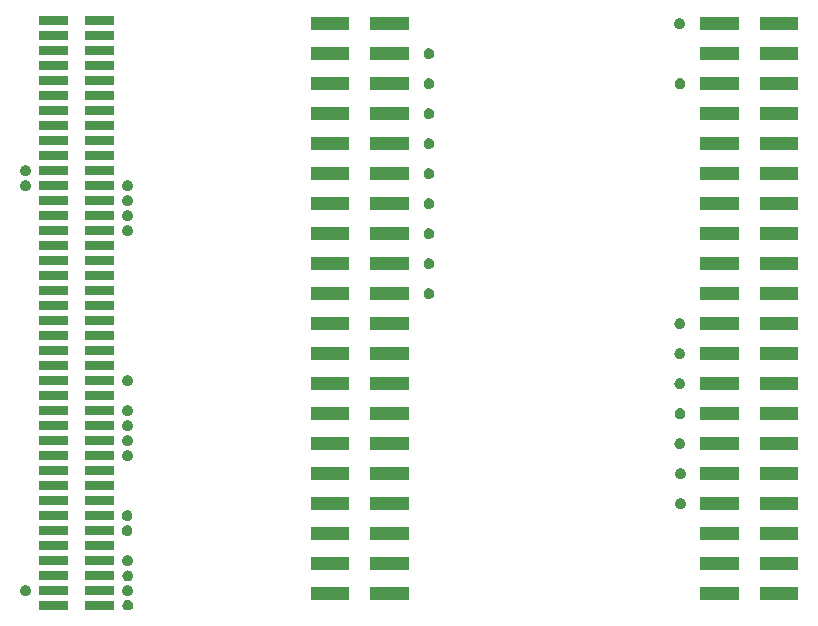
<source format=gbr>
G04 #@! TF.GenerationSoftware,KiCad,Pcbnew,5.1.5-52549c5~84~ubuntu18.04.1*
G04 #@! TF.CreationDate,2020-01-12T14:58:15-06:00*
G04 #@! TF.ProjectId,bloop-zturn-adapter,626c6f6f-702d-47a7-9475-726e2d616461,rev?*
G04 #@! TF.SameCoordinates,Original*
G04 #@! TF.FileFunction,Soldermask,Top*
G04 #@! TF.FilePolarity,Negative*
%FSLAX46Y46*%
G04 Gerber Fmt 4.6, Leading zero omitted, Abs format (unit mm)*
G04 Created by KiCad (PCBNEW 5.1.5-52549c5~84~ubuntu18.04.1) date 2020-01-12 14:58:15*
%MOMM*%
%LPD*%
G04 APERTURE LIST*
%ADD10C,0.100000*%
G04 APERTURE END LIST*
D10*
G36*
X118601000Y-118706000D02*
G01*
X116099000Y-118706000D01*
X116099000Y-117864000D01*
X118601000Y-117864000D01*
X118601000Y-118706000D01*
G37*
G36*
X114701000Y-118706000D02*
G01*
X112199000Y-118706000D01*
X112199000Y-117864000D01*
X114701000Y-117864000D01*
X114701000Y-118706000D01*
G37*
G36*
X119881552Y-117816331D02*
G01*
X119963627Y-117850328D01*
X119963629Y-117850329D01*
X119984089Y-117864000D01*
X120037495Y-117899685D01*
X120100315Y-117962505D01*
X120149672Y-118036373D01*
X120183669Y-118118448D01*
X120201000Y-118205579D01*
X120201000Y-118294421D01*
X120183669Y-118381552D01*
X120149672Y-118463627D01*
X120149671Y-118463629D01*
X120100314Y-118537496D01*
X120037496Y-118600314D01*
X119963629Y-118649671D01*
X119963628Y-118649672D01*
X119963627Y-118649672D01*
X119881552Y-118683669D01*
X119794421Y-118701000D01*
X119705579Y-118701000D01*
X119618448Y-118683669D01*
X119536373Y-118649672D01*
X119536372Y-118649672D01*
X119536371Y-118649671D01*
X119462504Y-118600314D01*
X119399686Y-118537496D01*
X119350329Y-118463629D01*
X119350328Y-118463627D01*
X119316331Y-118381552D01*
X119299000Y-118294421D01*
X119299000Y-118205579D01*
X119316331Y-118118448D01*
X119350328Y-118036373D01*
X119399685Y-117962505D01*
X119462505Y-117899685D01*
X119515911Y-117864000D01*
X119536371Y-117850329D01*
X119536373Y-117850328D01*
X119618448Y-117816331D01*
X119705579Y-117799000D01*
X119794421Y-117799000D01*
X119881552Y-117816331D01*
G37*
G36*
X143539000Y-117820000D02*
G01*
X140287000Y-117820000D01*
X140287000Y-116718000D01*
X143539000Y-116718000D01*
X143539000Y-117820000D01*
G37*
G36*
X138489000Y-117820000D02*
G01*
X135237000Y-117820000D01*
X135237000Y-116718000D01*
X138489000Y-116718000D01*
X138489000Y-117820000D01*
G37*
G36*
X176533600Y-117820000D02*
G01*
X173281600Y-117820000D01*
X173281600Y-116718000D01*
X176533600Y-116718000D01*
X176533600Y-117820000D01*
G37*
G36*
X171483600Y-117820000D02*
G01*
X168231600Y-117820000D01*
X168231600Y-116718000D01*
X171483600Y-116718000D01*
X171483600Y-117820000D01*
G37*
G36*
X111213552Y-116581331D02*
G01*
X111295627Y-116615328D01*
X111295629Y-116615329D01*
X111332813Y-116640175D01*
X111369495Y-116664685D01*
X111432315Y-116727505D01*
X111481672Y-116801373D01*
X111515669Y-116883448D01*
X111533000Y-116970579D01*
X111533000Y-117059421D01*
X111515669Y-117146552D01*
X111481672Y-117228627D01*
X111481671Y-117228629D01*
X111432314Y-117302496D01*
X111369496Y-117365314D01*
X111295629Y-117414671D01*
X111295628Y-117414672D01*
X111295627Y-117414672D01*
X111213552Y-117448669D01*
X111126421Y-117466000D01*
X111037579Y-117466000D01*
X110950448Y-117448669D01*
X110868373Y-117414672D01*
X110868372Y-117414672D01*
X110868371Y-117414671D01*
X110794504Y-117365314D01*
X110731686Y-117302496D01*
X110682329Y-117228629D01*
X110682328Y-117228627D01*
X110648331Y-117146552D01*
X110631000Y-117059421D01*
X110631000Y-116970579D01*
X110648331Y-116883448D01*
X110682328Y-116801373D01*
X110731685Y-116727505D01*
X110794505Y-116664685D01*
X110831187Y-116640175D01*
X110868371Y-116615329D01*
X110868373Y-116615328D01*
X110950448Y-116581331D01*
X111037579Y-116564000D01*
X111126421Y-116564000D01*
X111213552Y-116581331D01*
G37*
G36*
X119849552Y-116581331D02*
G01*
X119931627Y-116615328D01*
X119931629Y-116615329D01*
X119968813Y-116640175D01*
X120005495Y-116664685D01*
X120068315Y-116727505D01*
X120117672Y-116801373D01*
X120151669Y-116883448D01*
X120169000Y-116970579D01*
X120169000Y-117059421D01*
X120151669Y-117146552D01*
X120117672Y-117228627D01*
X120117671Y-117228629D01*
X120068314Y-117302496D01*
X120005496Y-117365314D01*
X119931629Y-117414671D01*
X119931628Y-117414672D01*
X119931627Y-117414672D01*
X119849552Y-117448669D01*
X119762421Y-117466000D01*
X119673579Y-117466000D01*
X119586448Y-117448669D01*
X119504373Y-117414672D01*
X119504372Y-117414672D01*
X119504371Y-117414671D01*
X119430504Y-117365314D01*
X119367686Y-117302496D01*
X119318329Y-117228629D01*
X119318328Y-117228627D01*
X119284331Y-117146552D01*
X119267000Y-117059421D01*
X119267000Y-116970579D01*
X119284331Y-116883448D01*
X119318328Y-116801373D01*
X119367685Y-116727505D01*
X119430505Y-116664685D01*
X119467187Y-116640175D01*
X119504371Y-116615329D01*
X119504373Y-116615328D01*
X119586448Y-116581331D01*
X119673579Y-116564000D01*
X119762421Y-116564000D01*
X119849552Y-116581331D01*
G37*
G36*
X118601000Y-117436000D02*
G01*
X116099000Y-117436000D01*
X116099000Y-116594000D01*
X118601000Y-116594000D01*
X118601000Y-117436000D01*
G37*
G36*
X114701000Y-117436000D02*
G01*
X112199000Y-117436000D01*
X112199000Y-116594000D01*
X114701000Y-116594000D01*
X114701000Y-117436000D01*
G37*
G36*
X119874952Y-115336731D02*
G01*
X119957027Y-115370728D01*
X119957029Y-115370729D01*
X119994213Y-115395575D01*
X120030895Y-115420085D01*
X120093715Y-115482905D01*
X120143072Y-115556773D01*
X120177069Y-115638848D01*
X120194400Y-115725979D01*
X120194400Y-115814821D01*
X120177069Y-115901952D01*
X120143072Y-115984027D01*
X120143071Y-115984029D01*
X120093714Y-116057896D01*
X120030896Y-116120714D01*
X119957029Y-116170071D01*
X119957028Y-116170072D01*
X119957027Y-116170072D01*
X119874952Y-116204069D01*
X119787821Y-116221400D01*
X119698979Y-116221400D01*
X119611848Y-116204069D01*
X119529773Y-116170072D01*
X119529772Y-116170072D01*
X119529771Y-116170071D01*
X119455904Y-116120714D01*
X119393086Y-116057896D01*
X119343729Y-115984029D01*
X119343728Y-115984027D01*
X119309731Y-115901952D01*
X119292400Y-115814821D01*
X119292400Y-115725979D01*
X119309731Y-115638848D01*
X119343728Y-115556773D01*
X119393085Y-115482905D01*
X119455905Y-115420085D01*
X119492587Y-115395575D01*
X119529771Y-115370729D01*
X119529773Y-115370728D01*
X119611848Y-115336731D01*
X119698979Y-115319400D01*
X119787821Y-115319400D01*
X119874952Y-115336731D01*
G37*
G36*
X114701000Y-116166000D02*
G01*
X112199000Y-116166000D01*
X112199000Y-115324000D01*
X114701000Y-115324000D01*
X114701000Y-116166000D01*
G37*
G36*
X118601000Y-116166000D02*
G01*
X116099000Y-116166000D01*
X116099000Y-115324000D01*
X118601000Y-115324000D01*
X118601000Y-116166000D01*
G37*
G36*
X176533600Y-115280000D02*
G01*
X173281600Y-115280000D01*
X173281600Y-114178000D01*
X176533600Y-114178000D01*
X176533600Y-115280000D01*
G37*
G36*
X171483600Y-115280000D02*
G01*
X168231600Y-115280000D01*
X168231600Y-114178000D01*
X171483600Y-114178000D01*
X171483600Y-115280000D01*
G37*
G36*
X138489000Y-115280000D02*
G01*
X135237000Y-115280000D01*
X135237000Y-114178000D01*
X138489000Y-114178000D01*
X138489000Y-115280000D01*
G37*
G36*
X143539000Y-115280000D02*
G01*
X140287000Y-115280000D01*
X140287000Y-114178000D01*
X143539000Y-114178000D01*
X143539000Y-115280000D01*
G37*
G36*
X119849552Y-114041331D02*
G01*
X119931627Y-114075328D01*
X119931629Y-114075329D01*
X119968813Y-114100175D01*
X120005495Y-114124685D01*
X120068315Y-114187505D01*
X120117672Y-114261373D01*
X120151669Y-114343448D01*
X120169000Y-114430579D01*
X120169000Y-114519421D01*
X120151669Y-114606552D01*
X120117672Y-114688627D01*
X120117671Y-114688629D01*
X120068314Y-114762496D01*
X120005496Y-114825314D01*
X119931629Y-114874671D01*
X119931628Y-114874672D01*
X119931627Y-114874672D01*
X119849552Y-114908669D01*
X119762421Y-114926000D01*
X119673579Y-114926000D01*
X119586448Y-114908669D01*
X119504373Y-114874672D01*
X119504372Y-114874672D01*
X119504371Y-114874671D01*
X119430504Y-114825314D01*
X119367686Y-114762496D01*
X119318329Y-114688629D01*
X119318328Y-114688627D01*
X119284331Y-114606552D01*
X119267000Y-114519421D01*
X119267000Y-114430579D01*
X119284331Y-114343448D01*
X119318328Y-114261373D01*
X119367685Y-114187505D01*
X119430505Y-114124685D01*
X119467187Y-114100175D01*
X119504371Y-114075329D01*
X119504373Y-114075328D01*
X119586448Y-114041331D01*
X119673579Y-114024000D01*
X119762421Y-114024000D01*
X119849552Y-114041331D01*
G37*
G36*
X118601000Y-114896000D02*
G01*
X116099000Y-114896000D01*
X116099000Y-114054000D01*
X118601000Y-114054000D01*
X118601000Y-114896000D01*
G37*
G36*
X114701000Y-114896000D02*
G01*
X112199000Y-114896000D01*
X112199000Y-114054000D01*
X114701000Y-114054000D01*
X114701000Y-114896000D01*
G37*
G36*
X118601000Y-113626000D02*
G01*
X116099000Y-113626000D01*
X116099000Y-112784000D01*
X118601000Y-112784000D01*
X118601000Y-113626000D01*
G37*
G36*
X114701000Y-113626000D02*
G01*
X112199000Y-113626000D01*
X112199000Y-112784000D01*
X114701000Y-112784000D01*
X114701000Y-113626000D01*
G37*
G36*
X138489000Y-112740000D02*
G01*
X135237000Y-112740000D01*
X135237000Y-111638000D01*
X138489000Y-111638000D01*
X138489000Y-112740000D01*
G37*
G36*
X171483600Y-112740000D02*
G01*
X168231600Y-112740000D01*
X168231600Y-111638000D01*
X171483600Y-111638000D01*
X171483600Y-112740000D01*
G37*
G36*
X176533600Y-112740000D02*
G01*
X173281600Y-112740000D01*
X173281600Y-111638000D01*
X176533600Y-111638000D01*
X176533600Y-112740000D01*
G37*
G36*
X143539000Y-112740000D02*
G01*
X140287000Y-112740000D01*
X140287000Y-111638000D01*
X143539000Y-111638000D01*
X143539000Y-112740000D01*
G37*
G36*
X119824152Y-111501331D02*
G01*
X119906227Y-111535328D01*
X119906229Y-111535329D01*
X119943413Y-111560175D01*
X119980095Y-111584685D01*
X120042915Y-111647505D01*
X120092272Y-111721373D01*
X120126269Y-111803448D01*
X120143600Y-111890579D01*
X120143600Y-111979421D01*
X120126269Y-112066552D01*
X120092272Y-112148627D01*
X120092271Y-112148629D01*
X120042914Y-112222496D01*
X119980096Y-112285314D01*
X119906229Y-112334671D01*
X119906228Y-112334672D01*
X119906227Y-112334672D01*
X119824152Y-112368669D01*
X119737021Y-112386000D01*
X119648179Y-112386000D01*
X119561048Y-112368669D01*
X119478973Y-112334672D01*
X119478972Y-112334672D01*
X119478971Y-112334671D01*
X119405104Y-112285314D01*
X119342286Y-112222496D01*
X119292929Y-112148629D01*
X119292928Y-112148627D01*
X119258931Y-112066552D01*
X119241600Y-111979421D01*
X119241600Y-111890579D01*
X119258931Y-111803448D01*
X119292928Y-111721373D01*
X119342285Y-111647505D01*
X119405105Y-111584685D01*
X119441787Y-111560175D01*
X119478971Y-111535329D01*
X119478973Y-111535328D01*
X119561048Y-111501331D01*
X119648179Y-111484000D01*
X119737021Y-111484000D01*
X119824152Y-111501331D01*
G37*
G36*
X118601000Y-112356000D02*
G01*
X116099000Y-112356000D01*
X116099000Y-111514000D01*
X118601000Y-111514000D01*
X118601000Y-112356000D01*
G37*
G36*
X114701000Y-112356000D02*
G01*
X112199000Y-112356000D01*
X112199000Y-111514000D01*
X114701000Y-111514000D01*
X114701000Y-112356000D01*
G37*
G36*
X119824152Y-110231331D02*
G01*
X119906227Y-110265328D01*
X119906229Y-110265329D01*
X119943413Y-110290175D01*
X119980095Y-110314685D01*
X120042915Y-110377505D01*
X120092272Y-110451373D01*
X120126269Y-110533448D01*
X120143600Y-110620579D01*
X120143600Y-110709421D01*
X120126269Y-110796552D01*
X120092272Y-110878627D01*
X120092271Y-110878629D01*
X120042914Y-110952496D01*
X119980096Y-111015314D01*
X119906229Y-111064671D01*
X119906228Y-111064672D01*
X119906227Y-111064672D01*
X119824152Y-111098669D01*
X119737021Y-111116000D01*
X119648179Y-111116000D01*
X119561048Y-111098669D01*
X119478973Y-111064672D01*
X119478972Y-111064672D01*
X119478971Y-111064671D01*
X119405104Y-111015314D01*
X119342286Y-110952496D01*
X119292929Y-110878629D01*
X119292928Y-110878627D01*
X119258931Y-110796552D01*
X119241600Y-110709421D01*
X119241600Y-110620579D01*
X119258931Y-110533448D01*
X119292928Y-110451373D01*
X119342285Y-110377505D01*
X119405105Y-110314685D01*
X119441787Y-110290175D01*
X119478971Y-110265329D01*
X119478973Y-110265328D01*
X119561048Y-110231331D01*
X119648179Y-110214000D01*
X119737021Y-110214000D01*
X119824152Y-110231331D01*
G37*
G36*
X118601000Y-111086000D02*
G01*
X116099000Y-111086000D01*
X116099000Y-110244000D01*
X118601000Y-110244000D01*
X118601000Y-111086000D01*
G37*
G36*
X114701000Y-111086000D02*
G01*
X112199000Y-111086000D01*
X112199000Y-110244000D01*
X114701000Y-110244000D01*
X114701000Y-111086000D01*
G37*
G36*
X143539000Y-110200000D02*
G01*
X140287000Y-110200000D01*
X140287000Y-109098000D01*
X143539000Y-109098000D01*
X143539000Y-110200000D01*
G37*
G36*
X171483600Y-110200000D02*
G01*
X168231600Y-110200000D01*
X168231600Y-109098000D01*
X171483600Y-109098000D01*
X171483600Y-110200000D01*
G37*
G36*
X138489000Y-110200000D02*
G01*
X135237000Y-110200000D01*
X135237000Y-109098000D01*
X138489000Y-109098000D01*
X138489000Y-110200000D01*
G37*
G36*
X176533600Y-110200000D02*
G01*
X173281600Y-110200000D01*
X173281600Y-109098000D01*
X176533600Y-109098000D01*
X176533600Y-110200000D01*
G37*
G36*
X166687152Y-109215331D02*
G01*
X166769227Y-109249328D01*
X166769229Y-109249329D01*
X166806413Y-109274175D01*
X166843095Y-109298685D01*
X166905915Y-109361505D01*
X166955272Y-109435373D01*
X166989269Y-109517448D01*
X167006600Y-109604579D01*
X167006600Y-109693421D01*
X166989269Y-109780552D01*
X166955272Y-109862627D01*
X166955271Y-109862629D01*
X166905914Y-109936496D01*
X166843096Y-109999314D01*
X166769229Y-110048671D01*
X166769228Y-110048672D01*
X166769227Y-110048672D01*
X166687152Y-110082669D01*
X166600021Y-110100000D01*
X166511179Y-110100000D01*
X166424048Y-110082669D01*
X166341973Y-110048672D01*
X166341972Y-110048672D01*
X166341971Y-110048671D01*
X166268104Y-109999314D01*
X166205286Y-109936496D01*
X166155929Y-109862629D01*
X166155928Y-109862627D01*
X166121931Y-109780552D01*
X166104600Y-109693421D01*
X166104600Y-109604579D01*
X166121931Y-109517448D01*
X166155928Y-109435373D01*
X166205285Y-109361505D01*
X166268105Y-109298685D01*
X166304787Y-109274175D01*
X166341971Y-109249329D01*
X166341973Y-109249328D01*
X166424048Y-109215331D01*
X166511179Y-109198000D01*
X166600021Y-109198000D01*
X166687152Y-109215331D01*
G37*
G36*
X118601000Y-109816000D02*
G01*
X116099000Y-109816000D01*
X116099000Y-108974000D01*
X118601000Y-108974000D01*
X118601000Y-109816000D01*
G37*
G36*
X114701000Y-109816000D02*
G01*
X112199000Y-109816000D01*
X112199000Y-108974000D01*
X114701000Y-108974000D01*
X114701000Y-109816000D01*
G37*
G36*
X114701000Y-108546000D02*
G01*
X112199000Y-108546000D01*
X112199000Y-107704000D01*
X114701000Y-107704000D01*
X114701000Y-108546000D01*
G37*
G36*
X118601000Y-108546000D02*
G01*
X116099000Y-108546000D01*
X116099000Y-107704000D01*
X118601000Y-107704000D01*
X118601000Y-108546000D01*
G37*
G36*
X138489000Y-107660000D02*
G01*
X135237000Y-107660000D01*
X135237000Y-106558000D01*
X138489000Y-106558000D01*
X138489000Y-107660000D01*
G37*
G36*
X176533600Y-107660000D02*
G01*
X173281600Y-107660000D01*
X173281600Y-106558000D01*
X176533600Y-106558000D01*
X176533600Y-107660000D01*
G37*
G36*
X143539000Y-107660000D02*
G01*
X140287000Y-107660000D01*
X140287000Y-106558000D01*
X143539000Y-106558000D01*
X143539000Y-107660000D01*
G37*
G36*
X171483600Y-107660000D02*
G01*
X168231600Y-107660000D01*
X168231600Y-106558000D01*
X171483600Y-106558000D01*
X171483600Y-107660000D01*
G37*
G36*
X166687152Y-106675331D02*
G01*
X166769227Y-106709328D01*
X166769229Y-106709329D01*
X166806413Y-106734175D01*
X166843095Y-106758685D01*
X166905915Y-106821505D01*
X166955272Y-106895373D01*
X166989269Y-106977448D01*
X167006600Y-107064579D01*
X167006600Y-107153421D01*
X166989269Y-107240552D01*
X166955272Y-107322627D01*
X166955271Y-107322629D01*
X166905914Y-107396496D01*
X166843096Y-107459314D01*
X166769229Y-107508671D01*
X166769228Y-107508672D01*
X166769227Y-107508672D01*
X166687152Y-107542669D01*
X166600021Y-107560000D01*
X166511179Y-107560000D01*
X166424048Y-107542669D01*
X166341973Y-107508672D01*
X166341972Y-107508672D01*
X166341971Y-107508671D01*
X166268104Y-107459314D01*
X166205286Y-107396496D01*
X166155929Y-107322629D01*
X166155928Y-107322627D01*
X166121931Y-107240552D01*
X166104600Y-107153421D01*
X166104600Y-107064579D01*
X166121931Y-106977448D01*
X166155928Y-106895373D01*
X166205285Y-106821505D01*
X166268105Y-106758685D01*
X166304787Y-106734175D01*
X166341971Y-106709329D01*
X166341973Y-106709328D01*
X166424048Y-106675331D01*
X166511179Y-106658000D01*
X166600021Y-106658000D01*
X166687152Y-106675331D01*
G37*
G36*
X118601000Y-107276000D02*
G01*
X116099000Y-107276000D01*
X116099000Y-106434000D01*
X118601000Y-106434000D01*
X118601000Y-107276000D01*
G37*
G36*
X114701000Y-107276000D02*
G01*
X112199000Y-107276000D01*
X112199000Y-106434000D01*
X114701000Y-106434000D01*
X114701000Y-107276000D01*
G37*
G36*
X119849552Y-105151331D02*
G01*
X119931627Y-105185328D01*
X119931629Y-105185329D01*
X119968813Y-105210175D01*
X120005495Y-105234685D01*
X120068315Y-105297505D01*
X120117672Y-105371373D01*
X120151669Y-105453448D01*
X120169000Y-105540579D01*
X120169000Y-105629421D01*
X120151669Y-105716552D01*
X120117672Y-105798627D01*
X120117671Y-105798629D01*
X120068314Y-105872496D01*
X120005496Y-105935314D01*
X119931629Y-105984671D01*
X119931628Y-105984672D01*
X119931627Y-105984672D01*
X119849552Y-106018669D01*
X119762421Y-106036000D01*
X119673579Y-106036000D01*
X119586448Y-106018669D01*
X119504373Y-105984672D01*
X119504372Y-105984672D01*
X119504371Y-105984671D01*
X119430504Y-105935314D01*
X119367686Y-105872496D01*
X119318329Y-105798629D01*
X119318328Y-105798627D01*
X119284331Y-105716552D01*
X119267000Y-105629421D01*
X119267000Y-105540579D01*
X119284331Y-105453448D01*
X119318328Y-105371373D01*
X119367685Y-105297505D01*
X119430505Y-105234685D01*
X119467187Y-105210175D01*
X119504371Y-105185329D01*
X119504373Y-105185328D01*
X119586448Y-105151331D01*
X119673579Y-105134000D01*
X119762421Y-105134000D01*
X119849552Y-105151331D01*
G37*
G36*
X118601000Y-106006000D02*
G01*
X116099000Y-106006000D01*
X116099000Y-105164000D01*
X118601000Y-105164000D01*
X118601000Y-106006000D01*
G37*
G36*
X114701000Y-106006000D02*
G01*
X112199000Y-106006000D01*
X112199000Y-105164000D01*
X114701000Y-105164000D01*
X114701000Y-106006000D01*
G37*
G36*
X143539000Y-105120000D02*
G01*
X140287000Y-105120000D01*
X140287000Y-104018000D01*
X143539000Y-104018000D01*
X143539000Y-105120000D01*
G37*
G36*
X138489000Y-105120000D02*
G01*
X135237000Y-105120000D01*
X135237000Y-104018000D01*
X138489000Y-104018000D01*
X138489000Y-105120000D01*
G37*
G36*
X176533600Y-105120000D02*
G01*
X173281600Y-105120000D01*
X173281600Y-104018000D01*
X176533600Y-104018000D01*
X176533600Y-105120000D01*
G37*
G36*
X171483600Y-105120000D02*
G01*
X168231600Y-105120000D01*
X168231600Y-104018000D01*
X171483600Y-104018000D01*
X171483600Y-105120000D01*
G37*
G36*
X166610952Y-104135331D02*
G01*
X166693027Y-104169328D01*
X166693029Y-104169329D01*
X166714159Y-104183448D01*
X166766895Y-104218685D01*
X166829715Y-104281505D01*
X166879072Y-104355373D01*
X166913069Y-104437448D01*
X166930400Y-104524579D01*
X166930400Y-104613421D01*
X166913069Y-104700552D01*
X166893138Y-104748668D01*
X166879071Y-104782629D01*
X166829714Y-104856496D01*
X166766896Y-104919314D01*
X166693029Y-104968671D01*
X166693028Y-104968672D01*
X166693027Y-104968672D01*
X166610952Y-105002669D01*
X166523821Y-105020000D01*
X166434979Y-105020000D01*
X166347848Y-105002669D01*
X166265773Y-104968672D01*
X166265772Y-104968672D01*
X166265771Y-104968671D01*
X166191904Y-104919314D01*
X166129086Y-104856496D01*
X166079729Y-104782629D01*
X166065662Y-104748668D01*
X166045731Y-104700552D01*
X166028400Y-104613421D01*
X166028400Y-104524579D01*
X166045731Y-104437448D01*
X166079728Y-104355373D01*
X166129085Y-104281505D01*
X166191905Y-104218685D01*
X166244641Y-104183448D01*
X166265771Y-104169329D01*
X166265773Y-104169328D01*
X166347848Y-104135331D01*
X166434979Y-104118000D01*
X166523821Y-104118000D01*
X166610952Y-104135331D01*
G37*
G36*
X119849552Y-103881331D02*
G01*
X119931627Y-103915328D01*
X119931629Y-103915329D01*
X119968813Y-103940175D01*
X120005495Y-103964685D01*
X120068315Y-104027505D01*
X120117672Y-104101373D01*
X120151669Y-104183448D01*
X120169000Y-104270579D01*
X120169000Y-104359421D01*
X120151669Y-104446552D01*
X120119349Y-104524579D01*
X120117671Y-104528629D01*
X120068314Y-104602496D01*
X120005496Y-104665314D01*
X119931629Y-104714671D01*
X119931628Y-104714672D01*
X119931627Y-104714672D01*
X119849552Y-104748669D01*
X119762421Y-104766000D01*
X119673579Y-104766000D01*
X119586448Y-104748669D01*
X119504373Y-104714672D01*
X119504372Y-104714672D01*
X119504371Y-104714671D01*
X119430504Y-104665314D01*
X119367686Y-104602496D01*
X119318329Y-104528629D01*
X119316651Y-104524579D01*
X119284331Y-104446552D01*
X119267000Y-104359421D01*
X119267000Y-104270579D01*
X119284331Y-104183448D01*
X119318328Y-104101373D01*
X119367685Y-104027505D01*
X119430505Y-103964685D01*
X119467187Y-103940175D01*
X119504371Y-103915329D01*
X119504373Y-103915328D01*
X119586448Y-103881331D01*
X119673579Y-103864000D01*
X119762421Y-103864000D01*
X119849552Y-103881331D01*
G37*
G36*
X118601000Y-104736000D02*
G01*
X116099000Y-104736000D01*
X116099000Y-103894000D01*
X118601000Y-103894000D01*
X118601000Y-104736000D01*
G37*
G36*
X114701000Y-104736000D02*
G01*
X112199000Y-104736000D01*
X112199000Y-103894000D01*
X114701000Y-103894000D01*
X114701000Y-104736000D01*
G37*
G36*
X119849552Y-102611331D02*
G01*
X119931627Y-102645328D01*
X119931629Y-102645329D01*
X119968813Y-102670175D01*
X120005495Y-102694685D01*
X120068315Y-102757505D01*
X120117672Y-102831373D01*
X120151669Y-102913448D01*
X120169000Y-103000579D01*
X120169000Y-103089421D01*
X120151669Y-103176552D01*
X120117672Y-103258627D01*
X120117671Y-103258629D01*
X120068314Y-103332496D01*
X120005496Y-103395314D01*
X119931629Y-103444671D01*
X119931628Y-103444672D01*
X119931627Y-103444672D01*
X119849552Y-103478669D01*
X119762421Y-103496000D01*
X119673579Y-103496000D01*
X119586448Y-103478669D01*
X119504373Y-103444672D01*
X119504372Y-103444672D01*
X119504371Y-103444671D01*
X119430504Y-103395314D01*
X119367686Y-103332496D01*
X119318329Y-103258629D01*
X119318328Y-103258627D01*
X119284331Y-103176552D01*
X119267000Y-103089421D01*
X119267000Y-103000579D01*
X119284331Y-102913448D01*
X119318328Y-102831373D01*
X119367685Y-102757505D01*
X119430505Y-102694685D01*
X119467187Y-102670175D01*
X119504371Y-102645329D01*
X119504373Y-102645328D01*
X119586448Y-102611331D01*
X119673579Y-102594000D01*
X119762421Y-102594000D01*
X119849552Y-102611331D01*
G37*
G36*
X118601000Y-103466000D02*
G01*
X116099000Y-103466000D01*
X116099000Y-102624000D01*
X118601000Y-102624000D01*
X118601000Y-103466000D01*
G37*
G36*
X114701000Y-103466000D02*
G01*
X112199000Y-103466000D01*
X112199000Y-102624000D01*
X114701000Y-102624000D01*
X114701000Y-103466000D01*
G37*
G36*
X171483600Y-102580000D02*
G01*
X168231600Y-102580000D01*
X168231600Y-101478000D01*
X171483600Y-101478000D01*
X171483600Y-102580000D01*
G37*
G36*
X138489000Y-102580000D02*
G01*
X135237000Y-102580000D01*
X135237000Y-101478000D01*
X138489000Y-101478000D01*
X138489000Y-102580000D01*
G37*
G36*
X143539000Y-102580000D02*
G01*
X140287000Y-102580000D01*
X140287000Y-101478000D01*
X143539000Y-101478000D01*
X143539000Y-102580000D01*
G37*
G36*
X176533600Y-102580000D02*
G01*
X173281600Y-102580000D01*
X173281600Y-101478000D01*
X176533600Y-101478000D01*
X176533600Y-102580000D01*
G37*
G36*
X166636352Y-101595331D02*
G01*
X166718427Y-101629328D01*
X166718429Y-101629329D01*
X166739559Y-101643448D01*
X166792295Y-101678685D01*
X166855115Y-101741505D01*
X166904472Y-101815373D01*
X166938469Y-101897448D01*
X166955800Y-101984579D01*
X166955800Y-102073421D01*
X166938469Y-102160552D01*
X166918538Y-102208668D01*
X166904471Y-102242629D01*
X166855114Y-102316496D01*
X166792296Y-102379314D01*
X166718429Y-102428671D01*
X166718428Y-102428672D01*
X166718427Y-102428672D01*
X166636352Y-102462669D01*
X166549221Y-102480000D01*
X166460379Y-102480000D01*
X166373248Y-102462669D01*
X166291173Y-102428672D01*
X166291172Y-102428672D01*
X166291171Y-102428671D01*
X166217304Y-102379314D01*
X166154486Y-102316496D01*
X166105129Y-102242629D01*
X166091062Y-102208668D01*
X166071131Y-102160552D01*
X166053800Y-102073421D01*
X166053800Y-101984579D01*
X166071131Y-101897448D01*
X166105128Y-101815373D01*
X166154485Y-101741505D01*
X166217305Y-101678685D01*
X166270041Y-101643448D01*
X166291171Y-101629329D01*
X166291173Y-101629328D01*
X166373248Y-101595331D01*
X166460379Y-101578000D01*
X166549221Y-101578000D01*
X166636352Y-101595331D01*
G37*
G36*
X119849552Y-101341331D02*
G01*
X119931627Y-101375328D01*
X119931629Y-101375329D01*
X119968813Y-101400175D01*
X120005495Y-101424685D01*
X120068315Y-101487505D01*
X120117672Y-101561373D01*
X120151669Y-101643448D01*
X120169000Y-101730579D01*
X120169000Y-101819421D01*
X120151669Y-101906552D01*
X120119349Y-101984579D01*
X120117671Y-101988629D01*
X120068314Y-102062496D01*
X120005496Y-102125314D01*
X119931629Y-102174671D01*
X119931628Y-102174672D01*
X119931627Y-102174672D01*
X119849552Y-102208669D01*
X119762421Y-102226000D01*
X119673579Y-102226000D01*
X119586448Y-102208669D01*
X119504373Y-102174672D01*
X119504372Y-102174672D01*
X119504371Y-102174671D01*
X119430504Y-102125314D01*
X119367686Y-102062496D01*
X119318329Y-101988629D01*
X119316651Y-101984579D01*
X119284331Y-101906552D01*
X119267000Y-101819421D01*
X119267000Y-101730579D01*
X119284331Y-101643448D01*
X119318328Y-101561373D01*
X119367685Y-101487505D01*
X119430505Y-101424685D01*
X119467187Y-101400175D01*
X119504371Y-101375329D01*
X119504373Y-101375328D01*
X119586448Y-101341331D01*
X119673579Y-101324000D01*
X119762421Y-101324000D01*
X119849552Y-101341331D01*
G37*
G36*
X114701000Y-102196000D02*
G01*
X112199000Y-102196000D01*
X112199000Y-101354000D01*
X114701000Y-101354000D01*
X114701000Y-102196000D01*
G37*
G36*
X118601000Y-102196000D02*
G01*
X116099000Y-102196000D01*
X116099000Y-101354000D01*
X118601000Y-101354000D01*
X118601000Y-102196000D01*
G37*
G36*
X114701000Y-100926000D02*
G01*
X112199000Y-100926000D01*
X112199000Y-100084000D01*
X114701000Y-100084000D01*
X114701000Y-100926000D01*
G37*
G36*
X118601000Y-100926000D02*
G01*
X116099000Y-100926000D01*
X116099000Y-100084000D01*
X118601000Y-100084000D01*
X118601000Y-100926000D01*
G37*
G36*
X143539000Y-100040000D02*
G01*
X140287000Y-100040000D01*
X140287000Y-98938000D01*
X143539000Y-98938000D01*
X143539000Y-100040000D01*
G37*
G36*
X171483600Y-100040000D02*
G01*
X168231600Y-100040000D01*
X168231600Y-98938000D01*
X171483600Y-98938000D01*
X171483600Y-100040000D01*
G37*
G36*
X138489000Y-100040000D02*
G01*
X135237000Y-100040000D01*
X135237000Y-98938000D01*
X138489000Y-98938000D01*
X138489000Y-100040000D01*
G37*
G36*
X176533600Y-100040000D02*
G01*
X173281600Y-100040000D01*
X173281600Y-98938000D01*
X176533600Y-98938000D01*
X176533600Y-100040000D01*
G37*
G36*
X166610952Y-99055331D02*
G01*
X166693027Y-99089328D01*
X166693029Y-99089329D01*
X166714159Y-99103448D01*
X166766895Y-99138685D01*
X166829715Y-99201505D01*
X166879072Y-99275373D01*
X166913069Y-99357448D01*
X166930400Y-99444579D01*
X166930400Y-99533421D01*
X166913069Y-99620552D01*
X166893138Y-99668668D01*
X166879071Y-99702629D01*
X166829714Y-99776496D01*
X166766896Y-99839314D01*
X166693029Y-99888671D01*
X166693028Y-99888672D01*
X166693027Y-99888672D01*
X166610952Y-99922669D01*
X166523821Y-99940000D01*
X166434979Y-99940000D01*
X166347848Y-99922669D01*
X166265773Y-99888672D01*
X166265772Y-99888672D01*
X166265771Y-99888671D01*
X166191904Y-99839314D01*
X166129086Y-99776496D01*
X166079729Y-99702629D01*
X166065662Y-99668668D01*
X166045731Y-99620552D01*
X166028400Y-99533421D01*
X166028400Y-99444579D01*
X166045731Y-99357448D01*
X166079728Y-99275373D01*
X166129085Y-99201505D01*
X166191905Y-99138685D01*
X166244641Y-99103448D01*
X166265771Y-99089329D01*
X166265773Y-99089328D01*
X166347848Y-99055331D01*
X166434979Y-99038000D01*
X166523821Y-99038000D01*
X166610952Y-99055331D01*
G37*
G36*
X119849552Y-98801331D02*
G01*
X119931627Y-98835328D01*
X119931629Y-98835329D01*
X119968813Y-98860175D01*
X120005495Y-98884685D01*
X120068315Y-98947505D01*
X120117672Y-99021373D01*
X120151669Y-99103448D01*
X120169000Y-99190579D01*
X120169000Y-99279421D01*
X120151669Y-99366552D01*
X120119349Y-99444579D01*
X120117671Y-99448629D01*
X120068314Y-99522496D01*
X120005496Y-99585314D01*
X119931629Y-99634671D01*
X119931628Y-99634672D01*
X119931627Y-99634672D01*
X119849552Y-99668669D01*
X119762421Y-99686000D01*
X119673579Y-99686000D01*
X119586448Y-99668669D01*
X119504373Y-99634672D01*
X119504372Y-99634672D01*
X119504371Y-99634671D01*
X119430504Y-99585314D01*
X119367686Y-99522496D01*
X119318329Y-99448629D01*
X119316651Y-99444579D01*
X119284331Y-99366552D01*
X119267000Y-99279421D01*
X119267000Y-99190579D01*
X119284331Y-99103448D01*
X119318328Y-99021373D01*
X119367685Y-98947505D01*
X119430505Y-98884685D01*
X119467187Y-98860175D01*
X119504371Y-98835329D01*
X119504373Y-98835328D01*
X119586448Y-98801331D01*
X119673579Y-98784000D01*
X119762421Y-98784000D01*
X119849552Y-98801331D01*
G37*
G36*
X118601000Y-99656000D02*
G01*
X116099000Y-99656000D01*
X116099000Y-98814000D01*
X118601000Y-98814000D01*
X118601000Y-99656000D01*
G37*
G36*
X114701000Y-99656000D02*
G01*
X112199000Y-99656000D01*
X112199000Y-98814000D01*
X114701000Y-98814000D01*
X114701000Y-99656000D01*
G37*
G36*
X118601000Y-98386000D02*
G01*
X116099000Y-98386000D01*
X116099000Y-97544000D01*
X118601000Y-97544000D01*
X118601000Y-98386000D01*
G37*
G36*
X114701000Y-98386000D02*
G01*
X112199000Y-98386000D01*
X112199000Y-97544000D01*
X114701000Y-97544000D01*
X114701000Y-98386000D01*
G37*
G36*
X138489000Y-97500000D02*
G01*
X135237000Y-97500000D01*
X135237000Y-96398000D01*
X138489000Y-96398000D01*
X138489000Y-97500000D01*
G37*
G36*
X176533600Y-97500000D02*
G01*
X173281600Y-97500000D01*
X173281600Y-96398000D01*
X176533600Y-96398000D01*
X176533600Y-97500000D01*
G37*
G36*
X171483600Y-97500000D02*
G01*
X168231600Y-97500000D01*
X168231600Y-96398000D01*
X171483600Y-96398000D01*
X171483600Y-97500000D01*
G37*
G36*
X143539000Y-97500000D02*
G01*
X140287000Y-97500000D01*
X140287000Y-96398000D01*
X143539000Y-96398000D01*
X143539000Y-97500000D01*
G37*
G36*
X166610952Y-96515331D02*
G01*
X166693027Y-96549328D01*
X166693029Y-96549329D01*
X166730213Y-96574175D01*
X166766895Y-96598685D01*
X166829715Y-96661505D01*
X166879072Y-96735373D01*
X166913069Y-96817448D01*
X166930400Y-96904579D01*
X166930400Y-96993421D01*
X166913069Y-97080552D01*
X166879072Y-97162627D01*
X166879071Y-97162629D01*
X166829714Y-97236496D01*
X166766896Y-97299314D01*
X166693029Y-97348671D01*
X166693028Y-97348672D01*
X166693027Y-97348672D01*
X166610952Y-97382669D01*
X166523821Y-97400000D01*
X166434979Y-97400000D01*
X166347848Y-97382669D01*
X166265773Y-97348672D01*
X166265772Y-97348672D01*
X166265771Y-97348671D01*
X166191904Y-97299314D01*
X166129086Y-97236496D01*
X166079729Y-97162629D01*
X166079728Y-97162627D01*
X166045731Y-97080552D01*
X166028400Y-96993421D01*
X166028400Y-96904579D01*
X166045731Y-96817448D01*
X166079728Y-96735373D01*
X166129085Y-96661505D01*
X166191905Y-96598685D01*
X166228587Y-96574175D01*
X166265771Y-96549329D01*
X166265773Y-96549328D01*
X166347848Y-96515331D01*
X166434979Y-96498000D01*
X166523821Y-96498000D01*
X166610952Y-96515331D01*
G37*
G36*
X118601000Y-97116000D02*
G01*
X116099000Y-97116000D01*
X116099000Y-96274000D01*
X118601000Y-96274000D01*
X118601000Y-97116000D01*
G37*
G36*
X114701000Y-97116000D02*
G01*
X112199000Y-97116000D01*
X112199000Y-96274000D01*
X114701000Y-96274000D01*
X114701000Y-97116000D01*
G37*
G36*
X114701000Y-95846000D02*
G01*
X112199000Y-95846000D01*
X112199000Y-95004000D01*
X114701000Y-95004000D01*
X114701000Y-95846000D01*
G37*
G36*
X118601000Y-95846000D02*
G01*
X116099000Y-95846000D01*
X116099000Y-95004000D01*
X118601000Y-95004000D01*
X118601000Y-95846000D01*
G37*
G36*
X138489000Y-94960000D02*
G01*
X135237000Y-94960000D01*
X135237000Y-93858000D01*
X138489000Y-93858000D01*
X138489000Y-94960000D01*
G37*
G36*
X143539000Y-94960000D02*
G01*
X140287000Y-94960000D01*
X140287000Y-93858000D01*
X143539000Y-93858000D01*
X143539000Y-94960000D01*
G37*
G36*
X176533600Y-94960000D02*
G01*
X173281600Y-94960000D01*
X173281600Y-93858000D01*
X176533600Y-93858000D01*
X176533600Y-94960000D01*
G37*
G36*
X171483600Y-94960000D02*
G01*
X168231600Y-94960000D01*
X168231600Y-93858000D01*
X171483600Y-93858000D01*
X171483600Y-94960000D01*
G37*
G36*
X166610952Y-93975331D02*
G01*
X166693027Y-94009328D01*
X166693029Y-94009329D01*
X166730213Y-94034175D01*
X166766895Y-94058685D01*
X166829715Y-94121505D01*
X166879072Y-94195373D01*
X166913069Y-94277448D01*
X166930400Y-94364579D01*
X166930400Y-94453421D01*
X166913069Y-94540552D01*
X166879072Y-94622627D01*
X166879071Y-94622629D01*
X166829714Y-94696496D01*
X166766896Y-94759314D01*
X166693029Y-94808671D01*
X166693028Y-94808672D01*
X166693027Y-94808672D01*
X166610952Y-94842669D01*
X166523821Y-94860000D01*
X166434979Y-94860000D01*
X166347848Y-94842669D01*
X166265773Y-94808672D01*
X166265772Y-94808672D01*
X166265771Y-94808671D01*
X166191904Y-94759314D01*
X166129086Y-94696496D01*
X166079729Y-94622629D01*
X166079728Y-94622627D01*
X166045731Y-94540552D01*
X166028400Y-94453421D01*
X166028400Y-94364579D01*
X166045731Y-94277448D01*
X166079728Y-94195373D01*
X166129085Y-94121505D01*
X166191905Y-94058685D01*
X166228587Y-94034175D01*
X166265771Y-94009329D01*
X166265773Y-94009328D01*
X166347848Y-93975331D01*
X166434979Y-93958000D01*
X166523821Y-93958000D01*
X166610952Y-93975331D01*
G37*
G36*
X118601000Y-94576000D02*
G01*
X116099000Y-94576000D01*
X116099000Y-93734000D01*
X118601000Y-93734000D01*
X118601000Y-94576000D01*
G37*
G36*
X114701000Y-94576000D02*
G01*
X112199000Y-94576000D01*
X112199000Y-93734000D01*
X114701000Y-93734000D01*
X114701000Y-94576000D01*
G37*
G36*
X114701000Y-93306000D02*
G01*
X112199000Y-93306000D01*
X112199000Y-92464000D01*
X114701000Y-92464000D01*
X114701000Y-93306000D01*
G37*
G36*
X118601000Y-93306000D02*
G01*
X116099000Y-93306000D01*
X116099000Y-92464000D01*
X118601000Y-92464000D01*
X118601000Y-93306000D01*
G37*
G36*
X143539000Y-92420000D02*
G01*
X140287000Y-92420000D01*
X140287000Y-91318000D01*
X143539000Y-91318000D01*
X143539000Y-92420000D01*
G37*
G36*
X138489000Y-92420000D02*
G01*
X135237000Y-92420000D01*
X135237000Y-91318000D01*
X138489000Y-91318000D01*
X138489000Y-92420000D01*
G37*
G36*
X176533600Y-92420000D02*
G01*
X173281600Y-92420000D01*
X173281600Y-91318000D01*
X176533600Y-91318000D01*
X176533600Y-92420000D01*
G37*
G36*
X171483600Y-92420000D02*
G01*
X168231600Y-92420000D01*
X168231600Y-91318000D01*
X171483600Y-91318000D01*
X171483600Y-92420000D01*
G37*
G36*
X145376552Y-91435331D02*
G01*
X145458627Y-91469328D01*
X145458629Y-91469329D01*
X145495813Y-91494175D01*
X145532495Y-91518685D01*
X145595315Y-91581505D01*
X145644672Y-91655373D01*
X145678669Y-91737448D01*
X145696000Y-91824579D01*
X145696000Y-91913421D01*
X145678669Y-92000552D01*
X145644672Y-92082627D01*
X145644671Y-92082629D01*
X145595314Y-92156496D01*
X145532496Y-92219314D01*
X145458629Y-92268671D01*
X145458628Y-92268672D01*
X145458627Y-92268672D01*
X145376552Y-92302669D01*
X145289421Y-92320000D01*
X145200579Y-92320000D01*
X145113448Y-92302669D01*
X145031373Y-92268672D01*
X145031372Y-92268672D01*
X145031371Y-92268671D01*
X144957504Y-92219314D01*
X144894686Y-92156496D01*
X144845329Y-92082629D01*
X144845328Y-92082627D01*
X144811331Y-92000552D01*
X144794000Y-91913421D01*
X144794000Y-91824579D01*
X144811331Y-91737448D01*
X144845328Y-91655373D01*
X144894685Y-91581505D01*
X144957505Y-91518685D01*
X144994187Y-91494175D01*
X145031371Y-91469329D01*
X145031373Y-91469328D01*
X145113448Y-91435331D01*
X145200579Y-91418000D01*
X145289421Y-91418000D01*
X145376552Y-91435331D01*
G37*
G36*
X114701000Y-92036000D02*
G01*
X112199000Y-92036000D01*
X112199000Y-91194000D01*
X114701000Y-91194000D01*
X114701000Y-92036000D01*
G37*
G36*
X118601000Y-92036000D02*
G01*
X116099000Y-92036000D01*
X116099000Y-91194000D01*
X118601000Y-91194000D01*
X118601000Y-92036000D01*
G37*
G36*
X114701000Y-90766000D02*
G01*
X112199000Y-90766000D01*
X112199000Y-89924000D01*
X114701000Y-89924000D01*
X114701000Y-90766000D01*
G37*
G36*
X118601000Y-90766000D02*
G01*
X116099000Y-90766000D01*
X116099000Y-89924000D01*
X118601000Y-89924000D01*
X118601000Y-90766000D01*
G37*
G36*
X171483600Y-89880000D02*
G01*
X168231600Y-89880000D01*
X168231600Y-88778000D01*
X171483600Y-88778000D01*
X171483600Y-89880000D01*
G37*
G36*
X138489000Y-89880000D02*
G01*
X135237000Y-89880000D01*
X135237000Y-88778000D01*
X138489000Y-88778000D01*
X138489000Y-89880000D01*
G37*
G36*
X143539000Y-89880000D02*
G01*
X140287000Y-89880000D01*
X140287000Y-88778000D01*
X143539000Y-88778000D01*
X143539000Y-89880000D01*
G37*
G36*
X176533600Y-89880000D02*
G01*
X173281600Y-89880000D01*
X173281600Y-88778000D01*
X176533600Y-88778000D01*
X176533600Y-89880000D01*
G37*
G36*
X145376552Y-88895331D02*
G01*
X145458627Y-88929328D01*
X145458629Y-88929329D01*
X145495813Y-88954175D01*
X145532495Y-88978685D01*
X145595315Y-89041505D01*
X145644672Y-89115373D01*
X145678669Y-89197448D01*
X145696000Y-89284579D01*
X145696000Y-89373421D01*
X145678669Y-89460552D01*
X145644672Y-89542627D01*
X145644671Y-89542629D01*
X145595314Y-89616496D01*
X145532496Y-89679314D01*
X145458629Y-89728671D01*
X145458628Y-89728672D01*
X145458627Y-89728672D01*
X145376552Y-89762669D01*
X145289421Y-89780000D01*
X145200579Y-89780000D01*
X145113448Y-89762669D01*
X145031373Y-89728672D01*
X145031372Y-89728672D01*
X145031371Y-89728671D01*
X144957504Y-89679314D01*
X144894686Y-89616496D01*
X144845329Y-89542629D01*
X144845328Y-89542627D01*
X144811331Y-89460552D01*
X144794000Y-89373421D01*
X144794000Y-89284579D01*
X144811331Y-89197448D01*
X144845328Y-89115373D01*
X144894685Y-89041505D01*
X144957505Y-88978685D01*
X144994187Y-88954175D01*
X145031371Y-88929329D01*
X145031373Y-88929328D01*
X145113448Y-88895331D01*
X145200579Y-88878000D01*
X145289421Y-88878000D01*
X145376552Y-88895331D01*
G37*
G36*
X118601000Y-89496000D02*
G01*
X116099000Y-89496000D01*
X116099000Y-88654000D01*
X118601000Y-88654000D01*
X118601000Y-89496000D01*
G37*
G36*
X114701000Y-89496000D02*
G01*
X112199000Y-89496000D01*
X112199000Y-88654000D01*
X114701000Y-88654000D01*
X114701000Y-89496000D01*
G37*
G36*
X114701000Y-88226000D02*
G01*
X112199000Y-88226000D01*
X112199000Y-87384000D01*
X114701000Y-87384000D01*
X114701000Y-88226000D01*
G37*
G36*
X118601000Y-88226000D02*
G01*
X116099000Y-88226000D01*
X116099000Y-87384000D01*
X118601000Y-87384000D01*
X118601000Y-88226000D01*
G37*
G36*
X138489000Y-87340000D02*
G01*
X135237000Y-87340000D01*
X135237000Y-86238000D01*
X138489000Y-86238000D01*
X138489000Y-87340000D01*
G37*
G36*
X143539000Y-87340000D02*
G01*
X140287000Y-87340000D01*
X140287000Y-86238000D01*
X143539000Y-86238000D01*
X143539000Y-87340000D01*
G37*
G36*
X176533600Y-87340000D02*
G01*
X173281600Y-87340000D01*
X173281600Y-86238000D01*
X176533600Y-86238000D01*
X176533600Y-87340000D01*
G37*
G36*
X171483600Y-87340000D02*
G01*
X168231600Y-87340000D01*
X168231600Y-86238000D01*
X171483600Y-86238000D01*
X171483600Y-87340000D01*
G37*
G36*
X145376552Y-86355331D02*
G01*
X145458627Y-86389328D01*
X145458629Y-86389329D01*
X145479759Y-86403448D01*
X145532495Y-86438685D01*
X145595315Y-86501505D01*
X145644672Y-86575373D01*
X145678669Y-86657448D01*
X145696000Y-86744579D01*
X145696000Y-86833421D01*
X145678669Y-86920552D01*
X145658738Y-86968668D01*
X145644671Y-87002629D01*
X145595314Y-87076496D01*
X145532496Y-87139314D01*
X145458629Y-87188671D01*
X145458628Y-87188672D01*
X145458627Y-87188672D01*
X145376552Y-87222669D01*
X145289421Y-87240000D01*
X145200579Y-87240000D01*
X145113448Y-87222669D01*
X145031373Y-87188672D01*
X145031372Y-87188672D01*
X145031371Y-87188671D01*
X144957504Y-87139314D01*
X144894686Y-87076496D01*
X144845329Y-87002629D01*
X144831262Y-86968668D01*
X144811331Y-86920552D01*
X144794000Y-86833421D01*
X144794000Y-86744579D01*
X144811331Y-86657448D01*
X144845328Y-86575373D01*
X144894685Y-86501505D01*
X144957505Y-86438685D01*
X145010241Y-86403448D01*
X145031371Y-86389329D01*
X145031373Y-86389328D01*
X145113448Y-86355331D01*
X145200579Y-86338000D01*
X145289421Y-86338000D01*
X145376552Y-86355331D01*
G37*
G36*
X119849552Y-86101331D02*
G01*
X119931627Y-86135328D01*
X119931629Y-86135329D01*
X119968813Y-86160175D01*
X120005495Y-86184685D01*
X120068315Y-86247505D01*
X120117672Y-86321373D01*
X120151669Y-86403448D01*
X120169000Y-86490579D01*
X120169000Y-86579421D01*
X120151669Y-86666552D01*
X120119349Y-86744579D01*
X120117671Y-86748629D01*
X120068314Y-86822496D01*
X120005496Y-86885314D01*
X119931629Y-86934671D01*
X119931628Y-86934672D01*
X119931627Y-86934672D01*
X119849552Y-86968669D01*
X119762421Y-86986000D01*
X119673579Y-86986000D01*
X119586448Y-86968669D01*
X119504373Y-86934672D01*
X119504372Y-86934672D01*
X119504371Y-86934671D01*
X119430504Y-86885314D01*
X119367686Y-86822496D01*
X119318329Y-86748629D01*
X119316651Y-86744579D01*
X119284331Y-86666552D01*
X119267000Y-86579421D01*
X119267000Y-86490579D01*
X119284331Y-86403448D01*
X119318328Y-86321373D01*
X119367685Y-86247505D01*
X119430505Y-86184685D01*
X119467187Y-86160175D01*
X119504371Y-86135329D01*
X119504373Y-86135328D01*
X119586448Y-86101331D01*
X119673579Y-86084000D01*
X119762421Y-86084000D01*
X119849552Y-86101331D01*
G37*
G36*
X114701000Y-86956000D02*
G01*
X112199000Y-86956000D01*
X112199000Y-86114000D01*
X114701000Y-86114000D01*
X114701000Y-86956000D01*
G37*
G36*
X118601000Y-86956000D02*
G01*
X116099000Y-86956000D01*
X116099000Y-86114000D01*
X118601000Y-86114000D01*
X118601000Y-86956000D01*
G37*
G36*
X119849552Y-84831331D02*
G01*
X119931627Y-84865328D01*
X119931629Y-84865329D01*
X119968813Y-84890175D01*
X120005495Y-84914685D01*
X120068315Y-84977505D01*
X120117672Y-85051373D01*
X120151669Y-85133448D01*
X120169000Y-85220579D01*
X120169000Y-85309421D01*
X120151669Y-85396552D01*
X120117672Y-85478627D01*
X120117671Y-85478629D01*
X120068314Y-85552496D01*
X120005496Y-85615314D01*
X119931629Y-85664671D01*
X119931628Y-85664672D01*
X119931627Y-85664672D01*
X119849552Y-85698669D01*
X119762421Y-85716000D01*
X119673579Y-85716000D01*
X119586448Y-85698669D01*
X119504373Y-85664672D01*
X119504372Y-85664672D01*
X119504371Y-85664671D01*
X119430504Y-85615314D01*
X119367686Y-85552496D01*
X119318329Y-85478629D01*
X119318328Y-85478627D01*
X119284331Y-85396552D01*
X119267000Y-85309421D01*
X119267000Y-85220579D01*
X119284331Y-85133448D01*
X119318328Y-85051373D01*
X119367685Y-84977505D01*
X119430505Y-84914685D01*
X119467187Y-84890175D01*
X119504371Y-84865329D01*
X119504373Y-84865328D01*
X119586448Y-84831331D01*
X119673579Y-84814000D01*
X119762421Y-84814000D01*
X119849552Y-84831331D01*
G37*
G36*
X114701000Y-85686000D02*
G01*
X112199000Y-85686000D01*
X112199000Y-84844000D01*
X114701000Y-84844000D01*
X114701000Y-85686000D01*
G37*
G36*
X118601000Y-85686000D02*
G01*
X116099000Y-85686000D01*
X116099000Y-84844000D01*
X118601000Y-84844000D01*
X118601000Y-85686000D01*
G37*
G36*
X143539000Y-84800000D02*
G01*
X140287000Y-84800000D01*
X140287000Y-83698000D01*
X143539000Y-83698000D01*
X143539000Y-84800000D01*
G37*
G36*
X171483600Y-84800000D02*
G01*
X168231600Y-84800000D01*
X168231600Y-83698000D01*
X171483600Y-83698000D01*
X171483600Y-84800000D01*
G37*
G36*
X138489000Y-84800000D02*
G01*
X135237000Y-84800000D01*
X135237000Y-83698000D01*
X138489000Y-83698000D01*
X138489000Y-84800000D01*
G37*
G36*
X176533600Y-84800000D02*
G01*
X173281600Y-84800000D01*
X173281600Y-83698000D01*
X176533600Y-83698000D01*
X176533600Y-84800000D01*
G37*
G36*
X145376552Y-83815331D02*
G01*
X145458627Y-83849328D01*
X145458629Y-83849329D01*
X145479759Y-83863448D01*
X145532495Y-83898685D01*
X145595315Y-83961505D01*
X145644672Y-84035373D01*
X145678669Y-84117448D01*
X145696000Y-84204579D01*
X145696000Y-84293421D01*
X145678669Y-84380552D01*
X145658738Y-84428668D01*
X145644671Y-84462629D01*
X145595314Y-84536496D01*
X145532496Y-84599314D01*
X145458629Y-84648671D01*
X145458628Y-84648672D01*
X145458627Y-84648672D01*
X145376552Y-84682669D01*
X145289421Y-84700000D01*
X145200579Y-84700000D01*
X145113448Y-84682669D01*
X145031373Y-84648672D01*
X145031372Y-84648672D01*
X145031371Y-84648671D01*
X144957504Y-84599314D01*
X144894686Y-84536496D01*
X144845329Y-84462629D01*
X144831262Y-84428668D01*
X144811331Y-84380552D01*
X144794000Y-84293421D01*
X144794000Y-84204579D01*
X144811331Y-84117448D01*
X144845328Y-84035373D01*
X144894685Y-83961505D01*
X144957505Y-83898685D01*
X145010241Y-83863448D01*
X145031371Y-83849329D01*
X145031373Y-83849328D01*
X145113448Y-83815331D01*
X145200579Y-83798000D01*
X145289421Y-83798000D01*
X145376552Y-83815331D01*
G37*
G36*
X119849552Y-83561331D02*
G01*
X119931627Y-83595328D01*
X119931629Y-83595329D01*
X119968813Y-83620175D01*
X120005495Y-83644685D01*
X120068315Y-83707505D01*
X120117672Y-83781373D01*
X120151669Y-83863448D01*
X120169000Y-83950579D01*
X120169000Y-84039421D01*
X120151669Y-84126552D01*
X120119349Y-84204579D01*
X120117671Y-84208629D01*
X120068314Y-84282496D01*
X120005496Y-84345314D01*
X119931629Y-84394671D01*
X119931628Y-84394672D01*
X119931627Y-84394672D01*
X119849552Y-84428669D01*
X119762421Y-84446000D01*
X119673579Y-84446000D01*
X119586448Y-84428669D01*
X119504373Y-84394672D01*
X119504372Y-84394672D01*
X119504371Y-84394671D01*
X119430504Y-84345314D01*
X119367686Y-84282496D01*
X119318329Y-84208629D01*
X119316651Y-84204579D01*
X119284331Y-84126552D01*
X119267000Y-84039421D01*
X119267000Y-83950579D01*
X119284331Y-83863448D01*
X119318328Y-83781373D01*
X119367685Y-83707505D01*
X119430505Y-83644685D01*
X119467187Y-83620175D01*
X119504371Y-83595329D01*
X119504373Y-83595328D01*
X119586448Y-83561331D01*
X119673579Y-83544000D01*
X119762421Y-83544000D01*
X119849552Y-83561331D01*
G37*
G36*
X114701000Y-84416000D02*
G01*
X112199000Y-84416000D01*
X112199000Y-83574000D01*
X114701000Y-83574000D01*
X114701000Y-84416000D01*
G37*
G36*
X118601000Y-84416000D02*
G01*
X116099000Y-84416000D01*
X116099000Y-83574000D01*
X118601000Y-83574000D01*
X118601000Y-84416000D01*
G37*
G36*
X119849552Y-82291331D02*
G01*
X119931627Y-82325328D01*
X119931629Y-82325329D01*
X119968813Y-82350175D01*
X120005495Y-82374685D01*
X120068315Y-82437505D01*
X120117672Y-82511373D01*
X120151669Y-82593448D01*
X120169000Y-82680579D01*
X120169000Y-82769421D01*
X120151669Y-82856552D01*
X120117672Y-82938627D01*
X120117671Y-82938629D01*
X120068314Y-83012496D01*
X120005496Y-83075314D01*
X119931629Y-83124671D01*
X119931628Y-83124672D01*
X119931627Y-83124672D01*
X119849552Y-83158669D01*
X119762421Y-83176000D01*
X119673579Y-83176000D01*
X119586448Y-83158669D01*
X119504373Y-83124672D01*
X119504372Y-83124672D01*
X119504371Y-83124671D01*
X119430504Y-83075314D01*
X119367686Y-83012496D01*
X119318329Y-82938629D01*
X119318328Y-82938627D01*
X119284331Y-82856552D01*
X119267000Y-82769421D01*
X119267000Y-82680579D01*
X119284331Y-82593448D01*
X119318328Y-82511373D01*
X119367685Y-82437505D01*
X119430505Y-82374685D01*
X119467187Y-82350175D01*
X119504371Y-82325329D01*
X119504373Y-82325328D01*
X119586448Y-82291331D01*
X119673579Y-82274000D01*
X119762421Y-82274000D01*
X119849552Y-82291331D01*
G37*
G36*
X111213552Y-82291331D02*
G01*
X111295627Y-82325328D01*
X111295629Y-82325329D01*
X111332813Y-82350175D01*
X111369495Y-82374685D01*
X111432315Y-82437505D01*
X111481672Y-82511373D01*
X111515669Y-82593448D01*
X111533000Y-82680579D01*
X111533000Y-82769421D01*
X111515669Y-82856552D01*
X111481672Y-82938627D01*
X111481671Y-82938629D01*
X111432314Y-83012496D01*
X111369496Y-83075314D01*
X111295629Y-83124671D01*
X111295628Y-83124672D01*
X111295627Y-83124672D01*
X111213552Y-83158669D01*
X111126421Y-83176000D01*
X111037579Y-83176000D01*
X110950448Y-83158669D01*
X110868373Y-83124672D01*
X110868372Y-83124672D01*
X110868371Y-83124671D01*
X110794504Y-83075314D01*
X110731686Y-83012496D01*
X110682329Y-82938629D01*
X110682328Y-82938627D01*
X110648331Y-82856552D01*
X110631000Y-82769421D01*
X110631000Y-82680579D01*
X110648331Y-82593448D01*
X110682328Y-82511373D01*
X110731685Y-82437505D01*
X110794505Y-82374685D01*
X110831187Y-82350175D01*
X110868371Y-82325329D01*
X110868373Y-82325328D01*
X110950448Y-82291331D01*
X111037579Y-82274000D01*
X111126421Y-82274000D01*
X111213552Y-82291331D01*
G37*
G36*
X118601000Y-83146000D02*
G01*
X116099000Y-83146000D01*
X116099000Y-82304000D01*
X118601000Y-82304000D01*
X118601000Y-83146000D01*
G37*
G36*
X114701000Y-83146000D02*
G01*
X112199000Y-83146000D01*
X112199000Y-82304000D01*
X114701000Y-82304000D01*
X114701000Y-83146000D01*
G37*
G36*
X138489000Y-82260000D02*
G01*
X135237000Y-82260000D01*
X135237000Y-81158000D01*
X138489000Y-81158000D01*
X138489000Y-82260000D01*
G37*
G36*
X143539000Y-82260000D02*
G01*
X140287000Y-82260000D01*
X140287000Y-81158000D01*
X143539000Y-81158000D01*
X143539000Y-82260000D01*
G37*
G36*
X171483600Y-82260000D02*
G01*
X168231600Y-82260000D01*
X168231600Y-81158000D01*
X171483600Y-81158000D01*
X171483600Y-82260000D01*
G37*
G36*
X176533600Y-82260000D02*
G01*
X173281600Y-82260000D01*
X173281600Y-81158000D01*
X176533600Y-81158000D01*
X176533600Y-82260000D01*
G37*
G36*
X145376552Y-81275331D02*
G01*
X145458627Y-81309328D01*
X145458629Y-81309329D01*
X145479759Y-81323448D01*
X145532495Y-81358685D01*
X145595315Y-81421505D01*
X145644672Y-81495373D01*
X145678669Y-81577448D01*
X145696000Y-81664579D01*
X145696000Y-81753421D01*
X145678669Y-81840552D01*
X145658738Y-81888668D01*
X145644671Y-81922629D01*
X145595314Y-81996496D01*
X145532496Y-82059314D01*
X145458629Y-82108671D01*
X145458628Y-82108672D01*
X145458627Y-82108672D01*
X145376552Y-82142669D01*
X145289421Y-82160000D01*
X145200579Y-82160000D01*
X145113448Y-82142669D01*
X145031373Y-82108672D01*
X145031372Y-82108672D01*
X145031371Y-82108671D01*
X144957504Y-82059314D01*
X144894686Y-81996496D01*
X144845329Y-81922629D01*
X144831262Y-81888668D01*
X144811331Y-81840552D01*
X144794000Y-81753421D01*
X144794000Y-81664579D01*
X144811331Y-81577448D01*
X144845328Y-81495373D01*
X144894685Y-81421505D01*
X144957505Y-81358685D01*
X145010241Y-81323448D01*
X145031371Y-81309329D01*
X145031373Y-81309328D01*
X145113448Y-81275331D01*
X145200579Y-81258000D01*
X145289421Y-81258000D01*
X145376552Y-81275331D01*
G37*
G36*
X111213552Y-81021331D02*
G01*
X111295627Y-81055328D01*
X111295629Y-81055329D01*
X111332813Y-81080175D01*
X111369495Y-81104685D01*
X111432315Y-81167505D01*
X111481672Y-81241373D01*
X111515669Y-81323448D01*
X111533000Y-81410579D01*
X111533000Y-81499421D01*
X111515669Y-81586552D01*
X111483349Y-81664579D01*
X111481671Y-81668629D01*
X111432314Y-81742496D01*
X111369496Y-81805314D01*
X111295629Y-81854671D01*
X111295628Y-81854672D01*
X111295627Y-81854672D01*
X111213552Y-81888669D01*
X111126421Y-81906000D01*
X111037579Y-81906000D01*
X110950448Y-81888669D01*
X110868373Y-81854672D01*
X110868372Y-81854672D01*
X110868371Y-81854671D01*
X110794504Y-81805314D01*
X110731686Y-81742496D01*
X110682329Y-81668629D01*
X110680651Y-81664579D01*
X110648331Y-81586552D01*
X110631000Y-81499421D01*
X110631000Y-81410579D01*
X110648331Y-81323448D01*
X110682328Y-81241373D01*
X110731685Y-81167505D01*
X110794505Y-81104685D01*
X110831187Y-81080175D01*
X110868371Y-81055329D01*
X110868373Y-81055328D01*
X110950448Y-81021331D01*
X111037579Y-81004000D01*
X111126421Y-81004000D01*
X111213552Y-81021331D01*
G37*
G36*
X118601000Y-81876000D02*
G01*
X116099000Y-81876000D01*
X116099000Y-81034000D01*
X118601000Y-81034000D01*
X118601000Y-81876000D01*
G37*
G36*
X114701000Y-81876000D02*
G01*
X112199000Y-81876000D01*
X112199000Y-81034000D01*
X114701000Y-81034000D01*
X114701000Y-81876000D01*
G37*
G36*
X114701000Y-80606000D02*
G01*
X112199000Y-80606000D01*
X112199000Y-79764000D01*
X114701000Y-79764000D01*
X114701000Y-80606000D01*
G37*
G36*
X118601000Y-80606000D02*
G01*
X116099000Y-80606000D01*
X116099000Y-79764000D01*
X118601000Y-79764000D01*
X118601000Y-80606000D01*
G37*
G36*
X176533600Y-79720000D02*
G01*
X173281600Y-79720000D01*
X173281600Y-78618000D01*
X176533600Y-78618000D01*
X176533600Y-79720000D01*
G37*
G36*
X143539000Y-79720000D02*
G01*
X140287000Y-79720000D01*
X140287000Y-78618000D01*
X143539000Y-78618000D01*
X143539000Y-79720000D01*
G37*
G36*
X138489000Y-79720000D02*
G01*
X135237000Y-79720000D01*
X135237000Y-78618000D01*
X138489000Y-78618000D01*
X138489000Y-79720000D01*
G37*
G36*
X171483600Y-79720000D02*
G01*
X168231600Y-79720000D01*
X168231600Y-78618000D01*
X171483600Y-78618000D01*
X171483600Y-79720000D01*
G37*
G36*
X145376552Y-78735331D02*
G01*
X145458627Y-78769328D01*
X145458629Y-78769329D01*
X145495813Y-78794175D01*
X145532495Y-78818685D01*
X145595315Y-78881505D01*
X145644672Y-78955373D01*
X145678669Y-79037448D01*
X145696000Y-79124579D01*
X145696000Y-79213421D01*
X145678669Y-79300552D01*
X145644672Y-79382627D01*
X145644671Y-79382629D01*
X145595314Y-79456496D01*
X145532496Y-79519314D01*
X145458629Y-79568671D01*
X145458628Y-79568672D01*
X145458627Y-79568672D01*
X145376552Y-79602669D01*
X145289421Y-79620000D01*
X145200579Y-79620000D01*
X145113448Y-79602669D01*
X145031373Y-79568672D01*
X145031372Y-79568672D01*
X145031371Y-79568671D01*
X144957504Y-79519314D01*
X144894686Y-79456496D01*
X144845329Y-79382629D01*
X144845328Y-79382627D01*
X144811331Y-79300552D01*
X144794000Y-79213421D01*
X144794000Y-79124579D01*
X144811331Y-79037448D01*
X144845328Y-78955373D01*
X144894685Y-78881505D01*
X144957505Y-78818685D01*
X144994187Y-78794175D01*
X145031371Y-78769329D01*
X145031373Y-78769328D01*
X145113448Y-78735331D01*
X145200579Y-78718000D01*
X145289421Y-78718000D01*
X145376552Y-78735331D01*
G37*
G36*
X118601000Y-79336000D02*
G01*
X116099000Y-79336000D01*
X116099000Y-78494000D01*
X118601000Y-78494000D01*
X118601000Y-79336000D01*
G37*
G36*
X114701000Y-79336000D02*
G01*
X112199000Y-79336000D01*
X112199000Y-78494000D01*
X114701000Y-78494000D01*
X114701000Y-79336000D01*
G37*
G36*
X114701000Y-78066000D02*
G01*
X112199000Y-78066000D01*
X112199000Y-77224000D01*
X114701000Y-77224000D01*
X114701000Y-78066000D01*
G37*
G36*
X118601000Y-78066000D02*
G01*
X116099000Y-78066000D01*
X116099000Y-77224000D01*
X118601000Y-77224000D01*
X118601000Y-78066000D01*
G37*
G36*
X176533600Y-77180000D02*
G01*
X173281600Y-77180000D01*
X173281600Y-76078000D01*
X176533600Y-76078000D01*
X176533600Y-77180000D01*
G37*
G36*
X143539000Y-77180000D02*
G01*
X140287000Y-77180000D01*
X140287000Y-76078000D01*
X143539000Y-76078000D01*
X143539000Y-77180000D01*
G37*
G36*
X138489000Y-77180000D02*
G01*
X135237000Y-77180000D01*
X135237000Y-76078000D01*
X138489000Y-76078000D01*
X138489000Y-77180000D01*
G37*
G36*
X171483600Y-77180000D02*
G01*
X168231600Y-77180000D01*
X168231600Y-76078000D01*
X171483600Y-76078000D01*
X171483600Y-77180000D01*
G37*
G36*
X145376552Y-76195331D02*
G01*
X145458627Y-76229328D01*
X145458629Y-76229329D01*
X145495813Y-76254175D01*
X145532495Y-76278685D01*
X145595315Y-76341505D01*
X145644672Y-76415373D01*
X145678669Y-76497448D01*
X145696000Y-76584579D01*
X145696000Y-76673421D01*
X145678669Y-76760552D01*
X145644672Y-76842627D01*
X145644671Y-76842629D01*
X145595314Y-76916496D01*
X145532496Y-76979314D01*
X145458629Y-77028671D01*
X145458628Y-77028672D01*
X145458627Y-77028672D01*
X145376552Y-77062669D01*
X145289421Y-77080000D01*
X145200579Y-77080000D01*
X145113448Y-77062669D01*
X145031373Y-77028672D01*
X145031372Y-77028672D01*
X145031371Y-77028671D01*
X144957504Y-76979314D01*
X144894686Y-76916496D01*
X144845329Y-76842629D01*
X144845328Y-76842627D01*
X144811331Y-76760552D01*
X144794000Y-76673421D01*
X144794000Y-76584579D01*
X144811331Y-76497448D01*
X144845328Y-76415373D01*
X144894685Y-76341505D01*
X144957505Y-76278685D01*
X144994187Y-76254175D01*
X145031371Y-76229329D01*
X145031373Y-76229328D01*
X145113448Y-76195331D01*
X145200579Y-76178000D01*
X145289421Y-76178000D01*
X145376552Y-76195331D01*
G37*
G36*
X114701000Y-76796000D02*
G01*
X112199000Y-76796000D01*
X112199000Y-75954000D01*
X114701000Y-75954000D01*
X114701000Y-76796000D01*
G37*
G36*
X118601000Y-76796000D02*
G01*
X116099000Y-76796000D01*
X116099000Y-75954000D01*
X118601000Y-75954000D01*
X118601000Y-76796000D01*
G37*
G36*
X118601000Y-75526000D02*
G01*
X116099000Y-75526000D01*
X116099000Y-74684000D01*
X118601000Y-74684000D01*
X118601000Y-75526000D01*
G37*
G36*
X114701000Y-75526000D02*
G01*
X112199000Y-75526000D01*
X112199000Y-74684000D01*
X114701000Y-74684000D01*
X114701000Y-75526000D01*
G37*
G36*
X171483600Y-74640000D02*
G01*
X168231600Y-74640000D01*
X168231600Y-73538000D01*
X171483600Y-73538000D01*
X171483600Y-74640000D01*
G37*
G36*
X138489000Y-74640000D02*
G01*
X135237000Y-74640000D01*
X135237000Y-73538000D01*
X138489000Y-73538000D01*
X138489000Y-74640000D01*
G37*
G36*
X176533600Y-74640000D02*
G01*
X173281600Y-74640000D01*
X173281600Y-73538000D01*
X176533600Y-73538000D01*
X176533600Y-74640000D01*
G37*
G36*
X143539000Y-74640000D02*
G01*
X140287000Y-74640000D01*
X140287000Y-73538000D01*
X143539000Y-73538000D01*
X143539000Y-74640000D01*
G37*
G36*
X166636352Y-73655331D02*
G01*
X166718427Y-73689328D01*
X166718429Y-73689329D01*
X166755613Y-73714175D01*
X166792295Y-73738685D01*
X166855115Y-73801505D01*
X166904472Y-73875373D01*
X166938469Y-73957448D01*
X166955800Y-74044579D01*
X166955800Y-74133421D01*
X166938469Y-74220552D01*
X166904472Y-74302627D01*
X166904471Y-74302629D01*
X166855114Y-74376496D01*
X166792296Y-74439314D01*
X166718429Y-74488671D01*
X166718428Y-74488672D01*
X166718427Y-74488672D01*
X166636352Y-74522669D01*
X166549221Y-74540000D01*
X166460379Y-74540000D01*
X166373248Y-74522669D01*
X166291173Y-74488672D01*
X166291172Y-74488672D01*
X166291171Y-74488671D01*
X166217304Y-74439314D01*
X166154486Y-74376496D01*
X166105129Y-74302629D01*
X166105128Y-74302627D01*
X166071131Y-74220552D01*
X166053800Y-74133421D01*
X166053800Y-74044579D01*
X166071131Y-73957448D01*
X166105128Y-73875373D01*
X166154485Y-73801505D01*
X166217305Y-73738685D01*
X166253987Y-73714175D01*
X166291171Y-73689329D01*
X166291173Y-73689328D01*
X166373248Y-73655331D01*
X166460379Y-73638000D01*
X166549221Y-73638000D01*
X166636352Y-73655331D01*
G37*
G36*
X145376552Y-73655331D02*
G01*
X145458627Y-73689328D01*
X145458629Y-73689329D01*
X145495813Y-73714175D01*
X145532495Y-73738685D01*
X145595315Y-73801505D01*
X145644672Y-73875373D01*
X145678669Y-73957448D01*
X145696000Y-74044579D01*
X145696000Y-74133421D01*
X145678669Y-74220552D01*
X145644672Y-74302627D01*
X145644671Y-74302629D01*
X145595314Y-74376496D01*
X145532496Y-74439314D01*
X145458629Y-74488671D01*
X145458628Y-74488672D01*
X145458627Y-74488672D01*
X145376552Y-74522669D01*
X145289421Y-74540000D01*
X145200579Y-74540000D01*
X145113448Y-74522669D01*
X145031373Y-74488672D01*
X145031372Y-74488672D01*
X145031371Y-74488671D01*
X144957504Y-74439314D01*
X144894686Y-74376496D01*
X144845329Y-74302629D01*
X144845328Y-74302627D01*
X144811331Y-74220552D01*
X144794000Y-74133421D01*
X144794000Y-74044579D01*
X144811331Y-73957448D01*
X144845328Y-73875373D01*
X144894685Y-73801505D01*
X144957505Y-73738685D01*
X144994187Y-73714175D01*
X145031371Y-73689329D01*
X145031373Y-73689328D01*
X145113448Y-73655331D01*
X145200579Y-73638000D01*
X145289421Y-73638000D01*
X145376552Y-73655331D01*
G37*
G36*
X118601000Y-74256000D02*
G01*
X116099000Y-74256000D01*
X116099000Y-73414000D01*
X118601000Y-73414000D01*
X118601000Y-74256000D01*
G37*
G36*
X114701000Y-74256000D02*
G01*
X112199000Y-74256000D01*
X112199000Y-73414000D01*
X114701000Y-73414000D01*
X114701000Y-74256000D01*
G37*
G36*
X118601000Y-72986000D02*
G01*
X116099000Y-72986000D01*
X116099000Y-72144000D01*
X118601000Y-72144000D01*
X118601000Y-72986000D01*
G37*
G36*
X114701000Y-72986000D02*
G01*
X112199000Y-72986000D01*
X112199000Y-72144000D01*
X114701000Y-72144000D01*
X114701000Y-72986000D01*
G37*
G36*
X176533600Y-72100000D02*
G01*
X173281600Y-72100000D01*
X173281600Y-70998000D01*
X176533600Y-70998000D01*
X176533600Y-72100000D01*
G37*
G36*
X143539000Y-72100000D02*
G01*
X140287000Y-72100000D01*
X140287000Y-70998000D01*
X143539000Y-70998000D01*
X143539000Y-72100000D01*
G37*
G36*
X138489000Y-72100000D02*
G01*
X135237000Y-72100000D01*
X135237000Y-70998000D01*
X138489000Y-70998000D01*
X138489000Y-72100000D01*
G37*
G36*
X171483600Y-72100000D02*
G01*
X168231600Y-72100000D01*
X168231600Y-70998000D01*
X171483600Y-70998000D01*
X171483600Y-72100000D01*
G37*
G36*
X145376552Y-71115331D02*
G01*
X145458627Y-71149328D01*
X145458629Y-71149329D01*
X145495813Y-71174175D01*
X145532495Y-71198685D01*
X145595315Y-71261505D01*
X145644672Y-71335373D01*
X145678669Y-71417448D01*
X145696000Y-71504579D01*
X145696000Y-71593421D01*
X145678669Y-71680552D01*
X145644672Y-71762627D01*
X145644671Y-71762629D01*
X145595314Y-71836496D01*
X145532496Y-71899314D01*
X145458629Y-71948671D01*
X145458628Y-71948672D01*
X145458627Y-71948672D01*
X145376552Y-71982669D01*
X145289421Y-72000000D01*
X145200579Y-72000000D01*
X145113448Y-71982669D01*
X145031373Y-71948672D01*
X145031372Y-71948672D01*
X145031371Y-71948671D01*
X144957504Y-71899314D01*
X144894686Y-71836496D01*
X144845329Y-71762629D01*
X144845328Y-71762627D01*
X144811331Y-71680552D01*
X144794000Y-71593421D01*
X144794000Y-71504579D01*
X144811331Y-71417448D01*
X144845328Y-71335373D01*
X144894685Y-71261505D01*
X144957505Y-71198685D01*
X144994187Y-71174175D01*
X145031371Y-71149329D01*
X145031373Y-71149328D01*
X145113448Y-71115331D01*
X145200579Y-71098000D01*
X145289421Y-71098000D01*
X145376552Y-71115331D01*
G37*
G36*
X114701000Y-71716000D02*
G01*
X112199000Y-71716000D01*
X112199000Y-70874000D01*
X114701000Y-70874000D01*
X114701000Y-71716000D01*
G37*
G36*
X118601000Y-71716000D02*
G01*
X116099000Y-71716000D01*
X116099000Y-70874000D01*
X118601000Y-70874000D01*
X118601000Y-71716000D01*
G37*
G36*
X118601000Y-70446000D02*
G01*
X116099000Y-70446000D01*
X116099000Y-69604000D01*
X118601000Y-69604000D01*
X118601000Y-70446000D01*
G37*
G36*
X114701000Y-70446000D02*
G01*
X112199000Y-70446000D01*
X112199000Y-69604000D01*
X114701000Y-69604000D01*
X114701000Y-70446000D01*
G37*
G36*
X138489000Y-69560000D02*
G01*
X135237000Y-69560000D01*
X135237000Y-68458000D01*
X138489000Y-68458000D01*
X138489000Y-69560000D01*
G37*
G36*
X143539000Y-69560000D02*
G01*
X140287000Y-69560000D01*
X140287000Y-68458000D01*
X143539000Y-68458000D01*
X143539000Y-69560000D01*
G37*
G36*
X171483600Y-69560000D02*
G01*
X168231600Y-69560000D01*
X168231600Y-68458000D01*
X171483600Y-68458000D01*
X171483600Y-69560000D01*
G37*
G36*
X176533600Y-69560000D02*
G01*
X173281600Y-69560000D01*
X173281600Y-68458000D01*
X176533600Y-68458000D01*
X176533600Y-69560000D01*
G37*
G36*
X166585552Y-68575331D02*
G01*
X166667627Y-68609328D01*
X166667629Y-68609329D01*
X166704813Y-68634175D01*
X166741495Y-68658685D01*
X166804315Y-68721505D01*
X166853672Y-68795373D01*
X166887669Y-68877448D01*
X166905000Y-68964579D01*
X166905000Y-69053421D01*
X166887669Y-69140552D01*
X166853672Y-69222627D01*
X166853671Y-69222629D01*
X166804314Y-69296496D01*
X166741496Y-69359314D01*
X166667629Y-69408671D01*
X166667628Y-69408672D01*
X166667627Y-69408672D01*
X166585552Y-69442669D01*
X166498421Y-69460000D01*
X166409579Y-69460000D01*
X166322448Y-69442669D01*
X166240373Y-69408672D01*
X166240372Y-69408672D01*
X166240371Y-69408671D01*
X166166504Y-69359314D01*
X166103686Y-69296496D01*
X166054329Y-69222629D01*
X166054328Y-69222627D01*
X166020331Y-69140552D01*
X166003000Y-69053421D01*
X166003000Y-68964579D01*
X166020331Y-68877448D01*
X166054328Y-68795373D01*
X166103685Y-68721505D01*
X166166505Y-68658685D01*
X166203187Y-68634175D01*
X166240371Y-68609329D01*
X166240373Y-68609328D01*
X166322448Y-68575331D01*
X166409579Y-68558000D01*
X166498421Y-68558000D01*
X166585552Y-68575331D01*
G37*
G36*
X118601000Y-69176000D02*
G01*
X116099000Y-69176000D01*
X116099000Y-68334000D01*
X118601000Y-68334000D01*
X118601000Y-69176000D01*
G37*
G36*
X114701000Y-69176000D02*
G01*
X112199000Y-69176000D01*
X112199000Y-68334000D01*
X114701000Y-68334000D01*
X114701000Y-69176000D01*
G37*
M02*

</source>
